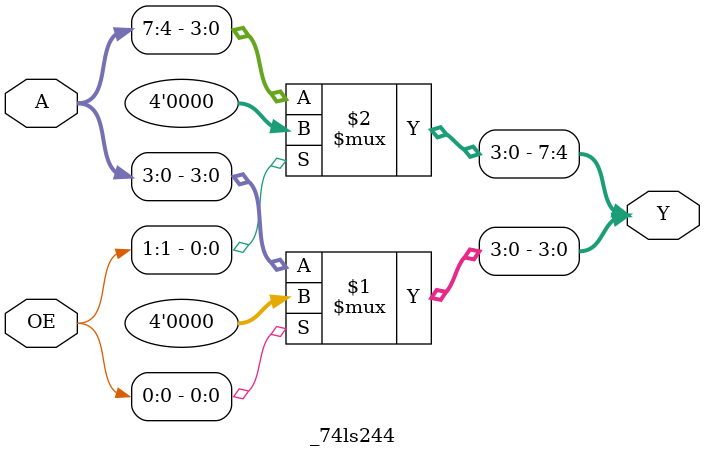
<source format=v>
`timescale 1ns/1ns


module vectors();

  reg M1, IORQ;
  reg kbint_n, adcint_n, fireint_n;
  wire INA_n = M1 | IORQ;

  wire [3:0] _75_q;
  wire _148_gs;
  wire [2:0] _148_q;
  wire [7:0] data;

  wire I064 = INA_n | _148_gs;

  _74ls75 _74ls75(
    .d({ 1'b1, adcint_n, fireint_n, kbint_n }),
    .en(I064),
    .q(_75_q)
  );

  _74ls148 _74ls148(
    .I({ 4'b1111, _75_q }),
    .EN(1'b0),
    .GS(_148_gs),
    .Q(_148_q)
  );

  _74ls244 _74ls244(
    .A({ 1'b0, _148_q[0], _148_q[1], _148_q[2], 4'b0 }),
    .OE({ I064, I064 }),
    .Y({
      data[0], data[1], data[2], data[3],
      data[4], data[5], data[6], data[7]
    })
  );

  initial begin
    $dumpfile("dump.vcd");
    $dumpvars(0, vectors);

    IORQ = 1'b1;
    M1 = 1'b1;
    kbint_n = 1'b1;
    fireint_n = 1'b1;
    adcint_n = 1'b1;

    #20
    kbint_n = 1'b0;

    #20
    IORQ = 1'b0;
    M1 = 1'b0;

    #20
    kbint_n = 1'b1;
    fireint_n = 1'b0;

    #20
    fireint_n = 1'b1;
    adcint_n = 1'b0;


    #20
    $finish;

  end

endmodule


module _74ls148(
  input [7:0] I,
	input EN,
	output reg [2:0] Q,
	output reg GS,
	output reg EO
);

always @*
  if (EN) {EO, GS, Q} = 5'b11_111;
	else if (I == 8'b1111_1111) {EO, GS, Q} = 5'b01_111;
	else if (!I[7]) {EO, GS, Q} = 5'b10_000;
	else if (!I[6]) {EO, GS, Q} = 5'b10_001;
	else if (!I[5]) {EO, GS, Q} = 5'b10_010;
	else if (!I[4]) {EO, GS, Q} = 5'b10_011;
	else if (!I[3]) {EO, GS, Q} = 5'b10_100;
	else if (!I[2]) {EO, GS, Q} = 5'b10_101;
	else if (!I[1]) {EO, GS, Q} = 5'b10_110;
	else if (!I[0]) {EO, GS, Q} = 5'b10_111;
	else		{EO, GS, Q} = 5'b01_111;


endmodule

module _74ls75(
  input [3:0] d,
  input en,
  output [3:0] q,
  output [3:0] qn
);

assign q = ~en ? d : 4'd0;
assign qn = ~q;

endmodule

module _74ls244(
  input [7:0] A,
  input [1:0] OE,
  output [7:0] Y
);

assign Y = {
  OE[1] ? 4'd0 : A[7:4],
  OE[0] ? 4'd0 : A[3:0]
};

endmodule

</source>
